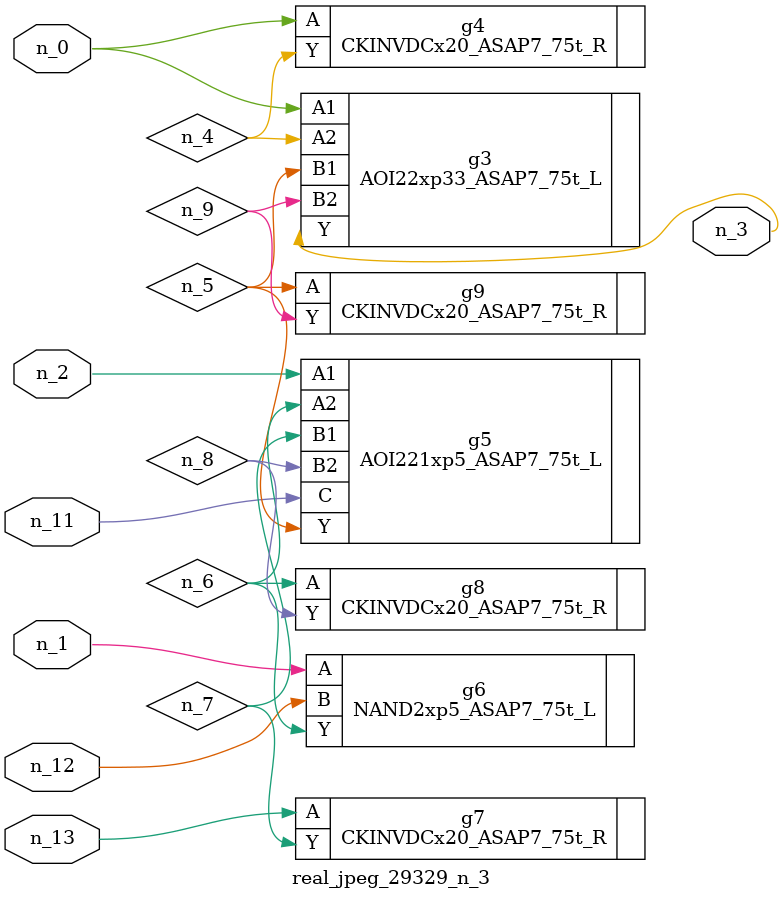
<source format=v>
module real_jpeg_29329_n_3 (n_12, n_0, n_1, n_11, n_2, n_13, n_3);

input n_12;
input n_0;
input n_1;
input n_11;
input n_2;
input n_13;

output n_3;

wire n_5;
wire n_4;
wire n_8;
wire n_6;
wire n_7;
wire n_9;

AOI22xp33_ASAP7_75t_L g3 ( 
.A1(n_0),
.A2(n_4),
.B1(n_5),
.B2(n_9),
.Y(n_3)
);

CKINVDCx20_ASAP7_75t_R g4 ( 
.A(n_0),
.Y(n_4)
);

NAND2xp5_ASAP7_75t_L g6 ( 
.A(n_1),
.B(n_12),
.Y(n_6)
);

AOI221xp5_ASAP7_75t_L g5 ( 
.A1(n_2),
.A2(n_6),
.B1(n_7),
.B2(n_8),
.C(n_11),
.Y(n_5)
);

CKINVDCx20_ASAP7_75t_R g9 ( 
.A(n_5),
.Y(n_9)
);

CKINVDCx20_ASAP7_75t_R g8 ( 
.A(n_6),
.Y(n_8)
);

CKINVDCx20_ASAP7_75t_R g7 ( 
.A(n_13),
.Y(n_7)
);


endmodule
</source>
